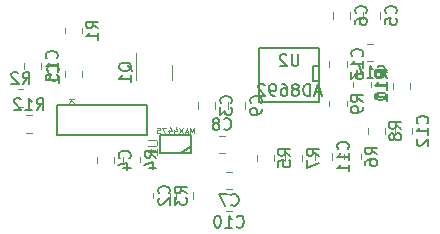
<source format=gbr>
%TF.GenerationSoftware,KiCad,Pcbnew,6.0.11+dfsg-1~bpo11+1*%
%TF.CreationDate,2023-05-28T00:39:37+00:00*%
%TF.ProjectId,PCRD01,50435244-3031-42e6-9b69-6361645f7063,01A*%
%TF.SameCoordinates,Original*%
%TF.FileFunction,Legend,Bot*%
%TF.FilePolarity,Positive*%
%FSLAX46Y46*%
G04 Gerber Fmt 4.6, Leading zero omitted, Abs format (unit mm)*
G04 Created by KiCad (PCBNEW 6.0.11+dfsg-1~bpo11+1) date 2023-05-28 00:39:37*
%MOMM*%
%LPD*%
G01*
G04 APERTURE LIST*
%ADD10C,0.150000*%
%ADD11C,0.050000*%
%ADD12C,0.076200*%
%ADD13C,0.120000*%
G04 APERTURE END LIST*
D10*
%TO.C,C1*%
X8329142Y13628667D02*
X8376761Y13676286D01*
X8424380Y13819143D01*
X8424380Y13914381D01*
X8376761Y14057239D01*
X8281523Y14152477D01*
X8186285Y14200096D01*
X7995809Y14247715D01*
X7852952Y14247715D01*
X7662476Y14200096D01*
X7567238Y14152477D01*
X7472000Y14057239D01*
X7424380Y13914381D01*
X7424380Y13819143D01*
X7472000Y13676286D01*
X7519619Y13628667D01*
X8424380Y12676286D02*
X8424380Y13247715D01*
X8424380Y12962000D02*
X7424380Y12962000D01*
X7567238Y13057239D01*
X7662476Y13152477D01*
X7710095Y13247715D01*
%TO.C,C2*%
X17727142Y3341667D02*
X17774761Y3389286D01*
X17822380Y3532143D01*
X17822380Y3627381D01*
X17774761Y3770239D01*
X17679523Y3865477D01*
X17584285Y3913096D01*
X17393809Y3960715D01*
X17250952Y3960715D01*
X17060476Y3913096D01*
X16965238Y3865477D01*
X16870000Y3770239D01*
X16822380Y3627381D01*
X16822380Y3532143D01*
X16870000Y3389286D01*
X16917619Y3341667D01*
X16917619Y2960715D02*
X16870000Y2913096D01*
X16822380Y2817858D01*
X16822380Y2579762D01*
X16870000Y2484524D01*
X16917619Y2436905D01*
X17012857Y2389286D01*
X17108095Y2389286D01*
X17250952Y2436905D01*
X17822380Y3008334D01*
X17822380Y2389286D01*
%TO.C,C3*%
X22992142Y10961667D02*
X23039761Y11009286D01*
X23087380Y11152143D01*
X23087380Y11247381D01*
X23039761Y11390239D01*
X22944523Y11485477D01*
X22849285Y11533096D01*
X22658809Y11580715D01*
X22515952Y11580715D01*
X22325476Y11533096D01*
X22230238Y11485477D01*
X22135000Y11390239D01*
X22087380Y11247381D01*
X22087380Y11152143D01*
X22135000Y11009286D01*
X22182619Y10961667D01*
X22087380Y10628334D02*
X22087380Y10009286D01*
X22468333Y10342620D01*
X22468333Y10199762D01*
X22515952Y10104524D01*
X22563571Y10056905D01*
X22658809Y10009286D01*
X22896904Y10009286D01*
X22992142Y10056905D01*
X23039761Y10104524D01*
X23087380Y10199762D01*
X23087380Y10485477D01*
X23039761Y10580715D01*
X22992142Y10628334D01*
%TO.C,C5*%
X36962142Y18581667D02*
X37009761Y18629286D01*
X37057380Y18772143D01*
X37057380Y18867381D01*
X37009761Y19010239D01*
X36914523Y19105477D01*
X36819285Y19153096D01*
X36628809Y19200715D01*
X36485952Y19200715D01*
X36295476Y19153096D01*
X36200238Y19105477D01*
X36105000Y19010239D01*
X36057380Y18867381D01*
X36057380Y18772143D01*
X36105000Y18629286D01*
X36152619Y18581667D01*
X36057380Y17676905D02*
X36057380Y18153096D01*
X36533571Y18200715D01*
X36485952Y18153096D01*
X36438333Y18057858D01*
X36438333Y17819762D01*
X36485952Y17724524D01*
X36533571Y17676905D01*
X36628809Y17629286D01*
X36866904Y17629286D01*
X36962142Y17676905D01*
X37009761Y17724524D01*
X37057380Y17819762D01*
X37057380Y18057858D01*
X37009761Y18153096D01*
X36962142Y18200715D01*
%TO.C,C6*%
X34422142Y18581667D02*
X34469761Y18629286D01*
X34517380Y18772143D01*
X34517380Y18867381D01*
X34469761Y19010239D01*
X34374523Y19105477D01*
X34279285Y19153096D01*
X34088809Y19200715D01*
X33945952Y19200715D01*
X33755476Y19153096D01*
X33660238Y19105477D01*
X33565000Y19010239D01*
X33517380Y18867381D01*
X33517380Y18772143D01*
X33565000Y18629286D01*
X33612619Y18581667D01*
X33517380Y17724524D02*
X33517380Y17915000D01*
X33565000Y18010239D01*
X33612619Y18057858D01*
X33755476Y18153096D01*
X33945952Y18200715D01*
X34326904Y18200715D01*
X34422142Y18153096D01*
X34469761Y18105477D01*
X34517380Y18010239D01*
X34517380Y17819762D01*
X34469761Y17724524D01*
X34422142Y17676905D01*
X34326904Y17629286D01*
X34088809Y17629286D01*
X33993571Y17676905D01*
X33945952Y17724524D01*
X33898333Y17819762D01*
X33898333Y18010239D01*
X33945952Y18105477D01*
X33993571Y18153096D01*
X34088809Y18200715D01*
%TO.C,C10*%
X23477457Y553658D02*
X23525076Y506039D01*
X23667933Y458420D01*
X23763171Y458420D01*
X23906028Y506039D01*
X24001266Y601277D01*
X24048885Y696515D01*
X24096504Y886991D01*
X24096504Y1029848D01*
X24048885Y1220324D01*
X24001266Y1315562D01*
X23906028Y1410800D01*
X23763171Y1458420D01*
X23667933Y1458420D01*
X23525076Y1410800D01*
X23477457Y1363181D01*
X22525076Y458420D02*
X23096504Y458420D01*
X22810790Y458420D02*
X22810790Y1458420D01*
X22906028Y1315562D01*
X23001266Y1220324D01*
X23096504Y1172705D01*
X21906028Y1458420D02*
X21810790Y1458420D01*
X21715552Y1410800D01*
X21667933Y1363181D01*
X21620314Y1267943D01*
X21572695Y1077467D01*
X21572695Y839372D01*
X21620314Y648896D01*
X21667933Y553658D01*
X21715552Y506039D01*
X21810790Y458420D01*
X21906028Y458420D01*
X22001266Y506039D01*
X22048885Y553658D01*
X22096504Y648896D01*
X22144123Y839372D01*
X22144123Y1077467D01*
X22096504Y1267943D01*
X22048885Y1363181D01*
X22001266Y1410800D01*
X21906028Y1458420D01*
%TO.C,C12*%
X39629142Y9278858D02*
X39676761Y9326477D01*
X39724380Y9469334D01*
X39724380Y9564572D01*
X39676761Y9707429D01*
X39581523Y9802667D01*
X39486285Y9850286D01*
X39295809Y9897905D01*
X39152952Y9897905D01*
X38962476Y9850286D01*
X38867238Y9802667D01*
X38772000Y9707429D01*
X38724380Y9564572D01*
X38724380Y9469334D01*
X38772000Y9326477D01*
X38819619Y9278858D01*
X39724380Y8326477D02*
X39724380Y8897905D01*
X39724380Y8612191D02*
X38724380Y8612191D01*
X38867238Y8707429D01*
X38962476Y8802667D01*
X39010095Y8897905D01*
X38819619Y7945524D02*
X38772000Y7897905D01*
X38724380Y7802667D01*
X38724380Y7564572D01*
X38772000Y7469334D01*
X38819619Y7421715D01*
X38914857Y7374096D01*
X39010095Y7374096D01*
X39152952Y7421715D01*
X39724380Y7993143D01*
X39724380Y7374096D01*
%TO.C,C14*%
X35440857Y13253658D02*
X35488476Y13206039D01*
X35631333Y13158420D01*
X35726571Y13158420D01*
X35869428Y13206039D01*
X35964666Y13301277D01*
X36012285Y13396515D01*
X36059904Y13586991D01*
X36059904Y13729848D01*
X36012285Y13920324D01*
X35964666Y14015562D01*
X35869428Y14110800D01*
X35726571Y14158420D01*
X35631333Y14158420D01*
X35488476Y14110800D01*
X35440857Y14063181D01*
X34488476Y13158420D02*
X35059904Y13158420D01*
X34774190Y13158420D02*
X34774190Y14158420D01*
X34869428Y14015562D01*
X34964666Y13920324D01*
X35059904Y13872705D01*
X33631333Y13825086D02*
X33631333Y13158420D01*
X33869428Y14206039D02*
X34107523Y13491753D01*
X33488476Y13491753D01*
%TO.C,R1*%
X11754380Y17311667D02*
X11278190Y17645000D01*
X11754380Y17883096D02*
X10754380Y17883096D01*
X10754380Y17502143D01*
X10802000Y17406905D01*
X10849619Y17359286D01*
X10944857Y17311667D01*
X11087714Y17311667D01*
X11182952Y17359286D01*
X11230571Y17406905D01*
X11278190Y17502143D01*
X11278190Y17883096D01*
X11754380Y16359286D02*
X11754380Y16930715D01*
X11754380Y16645000D02*
X10754380Y16645000D01*
X10897238Y16740239D01*
X10992476Y16835477D01*
X11040095Y16930715D01*
%TO.C,R2*%
X5360966Y12627620D02*
X5694300Y13103810D01*
X5932395Y12627620D02*
X5932395Y13627620D01*
X5551442Y13627620D01*
X5456204Y13580000D01*
X5408585Y13532381D01*
X5360966Y13437143D01*
X5360966Y13294286D01*
X5408585Y13199048D01*
X5456204Y13151429D01*
X5551442Y13103810D01*
X5932395Y13103810D01*
X4980014Y13532381D02*
X4932395Y13580000D01*
X4837157Y13627620D01*
X4599061Y13627620D01*
X4503823Y13580000D01*
X4456204Y13532381D01*
X4408585Y13437143D01*
X4408585Y13341905D01*
X4456204Y13199048D01*
X5027633Y12627620D01*
X4408585Y12627620D01*
%TO.C,R5*%
X28010380Y6516667D02*
X27534190Y6850000D01*
X28010380Y7088096D02*
X27010380Y7088096D01*
X27010380Y6707143D01*
X27058000Y6611905D01*
X27105619Y6564286D01*
X27200857Y6516667D01*
X27343714Y6516667D01*
X27438952Y6564286D01*
X27486571Y6611905D01*
X27534190Y6707143D01*
X27534190Y7088096D01*
X27010380Y5611905D02*
X27010380Y6088096D01*
X27486571Y6135715D01*
X27438952Y6088096D01*
X27391333Y5992858D01*
X27391333Y5754762D01*
X27438952Y5659524D01*
X27486571Y5611905D01*
X27581809Y5564286D01*
X27819904Y5564286D01*
X27915142Y5611905D01*
X27962761Y5659524D01*
X28010380Y5754762D01*
X28010380Y5992858D01*
X27962761Y6088096D01*
X27915142Y6135715D01*
%TO.C,R6*%
X35376380Y6643667D02*
X34900190Y6977000D01*
X35376380Y7215096D02*
X34376380Y7215096D01*
X34376380Y6834143D01*
X34424000Y6738905D01*
X34471619Y6691286D01*
X34566857Y6643667D01*
X34709714Y6643667D01*
X34804952Y6691286D01*
X34852571Y6738905D01*
X34900190Y6834143D01*
X34900190Y7215096D01*
X34376380Y5786524D02*
X34376380Y5977000D01*
X34424000Y6072239D01*
X34471619Y6119858D01*
X34614476Y6215096D01*
X34804952Y6262715D01*
X35185904Y6262715D01*
X35281142Y6215096D01*
X35328761Y6167477D01*
X35376380Y6072239D01*
X35376380Y5881762D01*
X35328761Y5786524D01*
X35281142Y5738905D01*
X35185904Y5691286D01*
X34947809Y5691286D01*
X34852571Y5738905D01*
X34804952Y5786524D01*
X34757333Y5881762D01*
X34757333Y6072239D01*
X34804952Y6167477D01*
X34852571Y6215096D01*
X34947809Y6262715D01*
%TO.C,R7*%
X30423380Y6516667D02*
X29947190Y6850000D01*
X30423380Y7088096D02*
X29423380Y7088096D01*
X29423380Y6707143D01*
X29471000Y6611905D01*
X29518619Y6564286D01*
X29613857Y6516667D01*
X29756714Y6516667D01*
X29851952Y6564286D01*
X29899571Y6611905D01*
X29947190Y6707143D01*
X29947190Y7088096D01*
X29423380Y6183334D02*
X29423380Y5516667D01*
X30423380Y5945239D01*
%TO.C,R8*%
X37408380Y8802667D02*
X36932190Y9136000D01*
X37408380Y9374096D02*
X36408380Y9374096D01*
X36408380Y8993143D01*
X36456000Y8897905D01*
X36503619Y8850286D01*
X36598857Y8802667D01*
X36741714Y8802667D01*
X36836952Y8850286D01*
X36884571Y8897905D01*
X36932190Y8993143D01*
X36932190Y9374096D01*
X36836952Y8231239D02*
X36789333Y8326477D01*
X36741714Y8374096D01*
X36646476Y8421715D01*
X36598857Y8421715D01*
X36503619Y8374096D01*
X36456000Y8326477D01*
X36408380Y8231239D01*
X36408380Y8040762D01*
X36456000Y7945524D01*
X36503619Y7897905D01*
X36598857Y7850286D01*
X36646476Y7850286D01*
X36741714Y7897905D01*
X36789333Y7945524D01*
X36836952Y8040762D01*
X36836952Y8231239D01*
X36884571Y8326477D01*
X36932190Y8374096D01*
X37027428Y8421715D01*
X37217904Y8421715D01*
X37313142Y8374096D01*
X37360761Y8326477D01*
X37408380Y8231239D01*
X37408380Y8040762D01*
X37360761Y7945524D01*
X37313142Y7897905D01*
X37217904Y7850286D01*
X37027428Y7850286D01*
X36932190Y7897905D01*
X36884571Y7945524D01*
X36836952Y8040762D01*
%TO.C,R9*%
X34157180Y11114067D02*
X33680990Y11447400D01*
X34157180Y11685496D02*
X33157180Y11685496D01*
X33157180Y11304543D01*
X33204800Y11209305D01*
X33252419Y11161686D01*
X33347657Y11114067D01*
X33490514Y11114067D01*
X33585752Y11161686D01*
X33633371Y11209305D01*
X33680990Y11304543D01*
X33680990Y11685496D01*
X34157180Y10637877D02*
X34157180Y10447400D01*
X34109561Y10352162D01*
X34061942Y10304543D01*
X33919085Y10209305D01*
X33728609Y10161686D01*
X33347657Y10161686D01*
X33252419Y10209305D01*
X33204800Y10256924D01*
X33157180Y10352162D01*
X33157180Y10542639D01*
X33204800Y10637877D01*
X33252419Y10685496D01*
X33347657Y10733115D01*
X33585752Y10733115D01*
X33680990Y10685496D01*
X33728609Y10637877D01*
X33776228Y10542639D01*
X33776228Y10352162D01*
X33728609Y10256924D01*
X33680990Y10209305D01*
X33585752Y10161686D01*
%TO.C,R11*%
X36241980Y13088858D02*
X35765790Y13422191D01*
X36241980Y13660286D02*
X35241980Y13660286D01*
X35241980Y13279334D01*
X35289600Y13184096D01*
X35337219Y13136477D01*
X35432457Y13088858D01*
X35575314Y13088858D01*
X35670552Y13136477D01*
X35718171Y13184096D01*
X35765790Y13279334D01*
X35765790Y13660286D01*
X36241980Y12136477D02*
X36241980Y12707905D01*
X36241980Y12422191D02*
X35241980Y12422191D01*
X35384838Y12517429D01*
X35480076Y12612667D01*
X35527695Y12707905D01*
X36241980Y11184096D02*
X36241980Y11755524D01*
X36241980Y11469810D02*
X35241980Y11469810D01*
X35384838Y11565048D01*
X35480076Y11660286D01*
X35527695Y11755524D01*
%TO.C,C11*%
X32898142Y7119858D02*
X32945761Y7167477D01*
X32993380Y7310334D01*
X32993380Y7405572D01*
X32945761Y7548429D01*
X32850523Y7643667D01*
X32755285Y7691286D01*
X32564809Y7738905D01*
X32421952Y7738905D01*
X32231476Y7691286D01*
X32136238Y7643667D01*
X32041000Y7548429D01*
X31993380Y7405572D01*
X31993380Y7310334D01*
X32041000Y7167477D01*
X32088619Y7119858D01*
X32993380Y6167477D02*
X32993380Y6738905D01*
X32993380Y6453191D02*
X31993380Y6453191D01*
X32136238Y6548429D01*
X32231476Y6643667D01*
X32279095Y6738905D01*
X32993380Y5215096D02*
X32993380Y5786524D01*
X32993380Y5500810D02*
X31993380Y5500810D01*
X32136238Y5596048D01*
X32231476Y5691286D01*
X32279095Y5786524D01*
%TO.C,C4*%
X14406711Y6330598D02*
X14454330Y6378217D01*
X14501949Y6521074D01*
X14501949Y6616312D01*
X14454330Y6759170D01*
X14359092Y6854408D01*
X14263854Y6902027D01*
X14073378Y6949646D01*
X13930521Y6949646D01*
X13740045Y6902027D01*
X13644807Y6854408D01*
X13549569Y6759170D01*
X13501949Y6616312D01*
X13501949Y6521074D01*
X13549569Y6378217D01*
X13597188Y6330598D01*
X13835283Y5473455D02*
X14501949Y5473455D01*
X13454330Y5711551D02*
X14168616Y5949646D01*
X14168616Y5330598D01*
D11*
%TO.C,J3*%
X9751190Y11306953D02*
X9251190Y11306953D01*
X9751190Y11021239D02*
X9465476Y11235524D01*
X9251190Y11021239D02*
X9536904Y11306953D01*
D10*
%TO.C,C9*%
X25532142Y10961667D02*
X25579761Y11009286D01*
X25627380Y11152143D01*
X25627380Y11247381D01*
X25579761Y11390239D01*
X25484523Y11485477D01*
X25389285Y11533096D01*
X25198809Y11580715D01*
X25055952Y11580715D01*
X24865476Y11533096D01*
X24770238Y11485477D01*
X24675000Y11390239D01*
X24627380Y11247381D01*
X24627380Y11152143D01*
X24675000Y11009286D01*
X24722619Y10961667D01*
X25627380Y10485477D02*
X25627380Y10295000D01*
X25579761Y10199762D01*
X25532142Y10152143D01*
X25389285Y10056905D01*
X25198809Y10009286D01*
X24817857Y10009286D01*
X24722619Y10056905D01*
X24675000Y10104524D01*
X24627380Y10199762D01*
X24627380Y10390239D01*
X24675000Y10485477D01*
X24722619Y10533096D01*
X24817857Y10580715D01*
X25055952Y10580715D01*
X25151190Y10533096D01*
X25198809Y10485477D01*
X25246428Y10390239D01*
X25246428Y10199762D01*
X25198809Y10104524D01*
X25151190Y10056905D01*
X25055952Y10009286D01*
%TO.C,C8*%
X22391666Y8815858D02*
X22439285Y8768239D01*
X22582142Y8720620D01*
X22677380Y8720620D01*
X22820238Y8768239D01*
X22915476Y8863477D01*
X22963095Y8958715D01*
X23010714Y9149191D01*
X23010714Y9292048D01*
X22963095Y9482524D01*
X22915476Y9577762D01*
X22820238Y9673000D01*
X22677380Y9720620D01*
X22582142Y9720620D01*
X22439285Y9673000D01*
X22391666Y9625381D01*
X21820238Y9292048D02*
X21915476Y9339667D01*
X21963095Y9387286D01*
X22010714Y9482524D01*
X22010714Y9530143D01*
X21963095Y9625381D01*
X21915476Y9673000D01*
X21820238Y9720620D01*
X21629761Y9720620D01*
X21534523Y9673000D01*
X21486904Y9625381D01*
X21439285Y9530143D01*
X21439285Y9482524D01*
X21486904Y9387286D01*
X21534523Y9339667D01*
X21629761Y9292048D01*
X21820238Y9292048D01*
X21915476Y9244429D01*
X21963095Y9196810D01*
X22010714Y9101572D01*
X22010714Y8911096D01*
X21963095Y8815858D01*
X21915476Y8768239D01*
X21820238Y8720620D01*
X21629761Y8720620D01*
X21534523Y8768239D01*
X21486904Y8815858D01*
X21439285Y8911096D01*
X21439285Y9101572D01*
X21486904Y9196810D01*
X21534523Y9244429D01*
X21629761Y9292048D01*
%TO.C,C13*%
X34091942Y14943058D02*
X34139561Y14990677D01*
X34187180Y15133534D01*
X34187180Y15228772D01*
X34139561Y15371629D01*
X34044323Y15466867D01*
X33949085Y15514486D01*
X33758609Y15562105D01*
X33615752Y15562105D01*
X33425276Y15514486D01*
X33330038Y15466867D01*
X33234800Y15371629D01*
X33187180Y15228772D01*
X33187180Y15133534D01*
X33234800Y14990677D01*
X33282419Y14943058D01*
X34187180Y13990677D02*
X34187180Y14562105D01*
X34187180Y14276391D02*
X33187180Y14276391D01*
X33330038Y14371629D01*
X33425276Y14466867D01*
X33472895Y14562105D01*
X33187180Y13657343D02*
X33187180Y13038296D01*
X33568133Y13371629D01*
X33568133Y13228772D01*
X33615752Y13133534D01*
X33663371Y13085915D01*
X33758609Y13038296D01*
X33996704Y13038296D01*
X34091942Y13085915D01*
X34139561Y13133534D01*
X34187180Y13228772D01*
X34187180Y13514486D01*
X34139561Y13609724D01*
X34091942Y13657343D01*
%TO.C,R10*%
X36189180Y13190458D02*
X35712990Y13523791D01*
X36189180Y13761886D02*
X35189180Y13761886D01*
X35189180Y13380934D01*
X35236800Y13285696D01*
X35284419Y13238077D01*
X35379657Y13190458D01*
X35522514Y13190458D01*
X35617752Y13238077D01*
X35665371Y13285696D01*
X35712990Y13380934D01*
X35712990Y13761886D01*
X36189180Y12238077D02*
X36189180Y12809505D01*
X36189180Y12523791D02*
X35189180Y12523791D01*
X35332038Y12619029D01*
X35427276Y12714267D01*
X35474895Y12809505D01*
X35189180Y11619029D02*
X35189180Y11523791D01*
X35236800Y11428553D01*
X35284419Y11380934D01*
X35379657Y11333315D01*
X35570133Y11285696D01*
X35808228Y11285696D01*
X35998704Y11333315D01*
X36093942Y11380934D01*
X36141561Y11428553D01*
X36189180Y11523791D01*
X36189180Y11619029D01*
X36141561Y11714267D01*
X36093942Y11761886D01*
X35998704Y11809505D01*
X35808228Y11857124D01*
X35570133Y11857124D01*
X35379657Y11809505D01*
X35284419Y11761886D01*
X35236800Y11714267D01*
X35189180Y11619029D01*
%TO.C,C7*%
X23026666Y2407858D02*
X23074285Y2360239D01*
X23217142Y2312620D01*
X23312380Y2312620D01*
X23455238Y2360239D01*
X23550476Y2455477D01*
X23598095Y2550715D01*
X23645714Y2741191D01*
X23645714Y2884048D01*
X23598095Y3074524D01*
X23550476Y3169762D01*
X23455238Y3265000D01*
X23312380Y3312620D01*
X23217142Y3312620D01*
X23074285Y3265000D01*
X23026666Y3217381D01*
X22693333Y3312620D02*
X22026666Y3312620D01*
X22455238Y2312620D01*
%TO.C,U2*%
X28701904Y15152620D02*
X28701904Y14343096D01*
X28654285Y14247858D01*
X28606666Y14200239D01*
X28511428Y14152620D01*
X28320952Y14152620D01*
X28225714Y14200239D01*
X28178095Y14247858D01*
X28130476Y14343096D01*
X28130476Y15152620D01*
X27701904Y15057381D02*
X27654285Y15105000D01*
X27559047Y15152620D01*
X27320952Y15152620D01*
X27225714Y15105000D01*
X27178095Y15057381D01*
X27130476Y14962143D01*
X27130476Y14866905D01*
X27178095Y14724048D01*
X27749523Y14152620D01*
X27130476Y14152620D01*
X30582857Y11898334D02*
X30106666Y11898334D01*
X30678095Y11612620D02*
X30344761Y12612620D01*
X30011428Y11612620D01*
X29678095Y11612620D02*
X29678095Y12612620D01*
X29440000Y12612620D01*
X29297142Y12565000D01*
X29201904Y12469762D01*
X29154285Y12374524D01*
X29106666Y12184048D01*
X29106666Y12041191D01*
X29154285Y11850715D01*
X29201904Y11755477D01*
X29297142Y11660239D01*
X29440000Y11612620D01*
X29678095Y11612620D01*
X28535238Y12184048D02*
X28630476Y12231667D01*
X28678095Y12279286D01*
X28725714Y12374524D01*
X28725714Y12422143D01*
X28678095Y12517381D01*
X28630476Y12565000D01*
X28535238Y12612620D01*
X28344761Y12612620D01*
X28249523Y12565000D01*
X28201904Y12517381D01*
X28154285Y12422143D01*
X28154285Y12374524D01*
X28201904Y12279286D01*
X28249523Y12231667D01*
X28344761Y12184048D01*
X28535238Y12184048D01*
X28630476Y12136429D01*
X28678095Y12088810D01*
X28725714Y11993572D01*
X28725714Y11803096D01*
X28678095Y11707858D01*
X28630476Y11660239D01*
X28535238Y11612620D01*
X28344761Y11612620D01*
X28249523Y11660239D01*
X28201904Y11707858D01*
X28154285Y11803096D01*
X28154285Y11993572D01*
X28201904Y12088810D01*
X28249523Y12136429D01*
X28344761Y12184048D01*
X27297142Y12612620D02*
X27487619Y12612620D01*
X27582857Y12565000D01*
X27630476Y12517381D01*
X27725714Y12374524D01*
X27773333Y12184048D01*
X27773333Y11803096D01*
X27725714Y11707858D01*
X27678095Y11660239D01*
X27582857Y11612620D01*
X27392380Y11612620D01*
X27297142Y11660239D01*
X27249523Y11707858D01*
X27201904Y11803096D01*
X27201904Y12041191D01*
X27249523Y12136429D01*
X27297142Y12184048D01*
X27392380Y12231667D01*
X27582857Y12231667D01*
X27678095Y12184048D01*
X27725714Y12136429D01*
X27773333Y12041191D01*
X26725714Y11612620D02*
X26535238Y11612620D01*
X26440000Y11660239D01*
X26392380Y11707858D01*
X26297142Y11850715D01*
X26249523Y12041191D01*
X26249523Y12422143D01*
X26297142Y12517381D01*
X26344761Y12565000D01*
X26440000Y12612620D01*
X26630476Y12612620D01*
X26725714Y12565000D01*
X26773333Y12517381D01*
X26820952Y12422143D01*
X26820952Y12184048D01*
X26773333Y12088810D01*
X26725714Y12041191D01*
X26630476Y11993572D01*
X26440000Y11993572D01*
X26344761Y12041191D01*
X26297142Y12088810D01*
X26249523Y12184048D01*
X25868571Y12517381D02*
X25820952Y12565000D01*
X25725714Y12612620D01*
X25487619Y12612620D01*
X25392380Y12565000D01*
X25344761Y12517381D01*
X25297142Y12422143D01*
X25297142Y12326905D01*
X25344761Y12184048D01*
X25916190Y11612620D01*
X25297142Y11612620D01*
D12*
%TO.C,U1*%
X16014714Y7829572D02*
X16631571Y7829572D01*
X16704142Y7793286D01*
X16740428Y7757000D01*
X16776714Y7684429D01*
X16776714Y7539286D01*
X16740428Y7466715D01*
X16704142Y7430429D01*
X16631571Y7394143D01*
X16014714Y7394143D01*
X16776714Y6632143D02*
X16776714Y7067572D01*
X16776714Y6849858D02*
X16014714Y6849858D01*
X16123571Y6922429D01*
X16196142Y6995000D01*
X16232428Y7067572D01*
X19904622Y8422638D02*
X19904622Y8923018D01*
X19737829Y8565604D01*
X19571036Y8923018D01*
X19571036Y8422638D01*
X19356587Y8565604D02*
X19118311Y8565604D01*
X19404242Y8422638D02*
X19237449Y8923018D01*
X19070656Y8422638D01*
X18951518Y8923018D02*
X18617931Y8422638D01*
X18617931Y8923018D02*
X18951518Y8422638D01*
X18212861Y8756225D02*
X18212861Y8422638D01*
X18332000Y8946846D02*
X18451138Y8589431D01*
X18141379Y8589431D01*
X17736309Y8756225D02*
X17736309Y8422638D01*
X17855447Y8946846D02*
X17974585Y8589431D01*
X17664826Y8589431D01*
X17521860Y8923018D02*
X17188274Y8923018D01*
X17402722Y8422638D01*
X16759377Y8923018D02*
X16997653Y8923018D01*
X17021480Y8684742D01*
X16997653Y8708570D01*
X16949998Y8732397D01*
X16830860Y8732397D01*
X16783204Y8708570D01*
X16759377Y8684742D01*
X16735549Y8637087D01*
X16735549Y8517949D01*
X16759377Y8470293D01*
X16783204Y8446466D01*
X16830860Y8422638D01*
X16949998Y8422638D01*
X16997653Y8446466D01*
X17021480Y8470293D01*
D10*
%TO.C,R3*%
X19247380Y3341667D02*
X18771190Y3675000D01*
X19247380Y3913096D02*
X18247380Y3913096D01*
X18247380Y3532143D01*
X18295000Y3436905D01*
X18342619Y3389286D01*
X18437857Y3341667D01*
X18580714Y3341667D01*
X18675952Y3389286D01*
X18723571Y3436905D01*
X18771190Y3532143D01*
X18771190Y3913096D01*
X18247380Y3008334D02*
X18247380Y2389286D01*
X18628333Y2722620D01*
X18628333Y2579762D01*
X18675952Y2484524D01*
X18723571Y2436905D01*
X18818809Y2389286D01*
X19056904Y2389286D01*
X19152142Y2436905D01*
X19199761Y2484524D01*
X19247380Y2579762D01*
X19247380Y2865477D01*
X19199761Y2960715D01*
X19152142Y3008334D01*
%TO.C,Q1*%
X14629619Y13694239D02*
X14582000Y13789477D01*
X14486761Y13884715D01*
X14343904Y14027572D01*
X14296285Y14122810D01*
X14296285Y14218048D01*
X14534380Y14170429D02*
X14486761Y14265667D01*
X14391523Y14360905D01*
X14201047Y14408524D01*
X13867714Y14408524D01*
X13677238Y14360905D01*
X13582000Y14265667D01*
X13534380Y14170429D01*
X13534380Y13979953D01*
X13582000Y13884715D01*
X13677238Y13789477D01*
X13867714Y13741858D01*
X14201047Y13741858D01*
X14391523Y13789477D01*
X14486761Y13884715D01*
X14534380Y13979953D01*
X14534380Y14170429D01*
X14534380Y12789477D02*
X14534380Y13360905D01*
X14534380Y13075191D02*
X13534380Y13075191D01*
X13677238Y13170429D01*
X13772476Y13265667D01*
X13820095Y13360905D01*
%TO.C,R4*%
X16694949Y6385598D02*
X16218759Y6718931D01*
X16694949Y6957027D02*
X15694949Y6957027D01*
X15694949Y6576074D01*
X15742569Y6480836D01*
X15790188Y6433217D01*
X15885426Y6385598D01*
X16028283Y6385598D01*
X16123521Y6433217D01*
X16171140Y6480836D01*
X16218759Y6576074D01*
X16218759Y6957027D01*
X16028283Y5528455D02*
X16694949Y5528455D01*
X15647330Y5766551D02*
X16361616Y6004646D01*
X16361616Y5385598D01*
%TO.C,R12*%
X6547857Y10410120D02*
X6881190Y10886310D01*
X7119285Y10410120D02*
X7119285Y11410120D01*
X6738333Y11410120D01*
X6643095Y11362500D01*
X6595476Y11314881D01*
X6547857Y11219643D01*
X6547857Y11076786D01*
X6595476Y10981548D01*
X6643095Y10933929D01*
X6738333Y10886310D01*
X7119285Y10886310D01*
X5595476Y10410120D02*
X6166904Y10410120D01*
X5881190Y10410120D02*
X5881190Y11410120D01*
X5976428Y11267262D01*
X6071666Y11172024D01*
X6166904Y11124405D01*
X5214523Y11314881D02*
X5166904Y11362500D01*
X5071666Y11410120D01*
X4833571Y11410120D01*
X4738333Y11362500D01*
X4690714Y11314881D01*
X4643095Y11219643D01*
X4643095Y11124405D01*
X4690714Y10981548D01*
X5262142Y10410120D01*
X4643095Y10410120D01*
%TO.C,C15*%
X8234742Y14777958D02*
X8282361Y14825577D01*
X8329980Y14968434D01*
X8329980Y15063672D01*
X8282361Y15206529D01*
X8187123Y15301767D01*
X8091885Y15349386D01*
X7901409Y15397005D01*
X7758552Y15397005D01*
X7568076Y15349386D01*
X7472838Y15301767D01*
X7377600Y15206529D01*
X7329980Y15063672D01*
X7329980Y14968434D01*
X7377600Y14825577D01*
X7425219Y14777958D01*
X8329980Y13825577D02*
X8329980Y14397005D01*
X8329980Y14111291D02*
X7329980Y14111291D01*
X7472838Y14206529D01*
X7568076Y14301767D01*
X7615695Y14397005D01*
X7329980Y12920815D02*
X7329980Y13397005D01*
X7806171Y13444624D01*
X7758552Y13397005D01*
X7710933Y13301767D01*
X7710933Y13063672D01*
X7758552Y12968434D01*
X7806171Y12920815D01*
X7901409Y12873196D01*
X8139504Y12873196D01*
X8234742Y12920815D01*
X8282361Y12968434D01*
X8329980Y13063672D01*
X8329980Y13301767D01*
X8282361Y13397005D01*
X8234742Y13444624D01*
D13*
%TO.C,C1*%
X8917000Y13723252D02*
X8917000Y13200748D01*
X10387000Y13723252D02*
X10387000Y13200748D01*
%TO.C,C2*%
X19785000Y3436252D02*
X19785000Y2913748D01*
X18315000Y3436252D02*
X18315000Y2913748D01*
%TO.C,C3*%
X21690000Y10533748D02*
X21690000Y11056252D01*
X20220000Y10533748D02*
X20220000Y11056252D01*
%TO.C,C5*%
X34190000Y18153748D02*
X34190000Y18676252D01*
X35660000Y18153748D02*
X35660000Y18676252D01*
%TO.C,C6*%
X33120000Y18153748D02*
X33120000Y18676252D01*
X31650000Y18153748D02*
X31650000Y18676252D01*
%TO.C,C10*%
X22573348Y1855800D02*
X23095852Y1855800D01*
X22573348Y3325800D02*
X23095852Y3325800D01*
%TO.C,C12*%
X38327000Y8374748D02*
X38327000Y8897252D01*
X36857000Y8374748D02*
X36857000Y8897252D01*
%TO.C,C14*%
X34536748Y14555800D02*
X35059252Y14555800D01*
X34536748Y16025800D02*
X35059252Y16025800D01*
%TO.C,R1*%
X8917000Y16917936D02*
X8917000Y17372064D01*
X10387000Y16917936D02*
X10387000Y17372064D01*
%TO.C,R2*%
X5421364Y10695000D02*
X4967236Y10695000D01*
X5421364Y12165000D02*
X4967236Y12165000D01*
%TO.C,R5*%
X26643000Y6122936D02*
X26643000Y6577064D01*
X25173000Y6122936D02*
X25173000Y6577064D01*
%TO.C,R6*%
X32539000Y6249936D02*
X32539000Y6704064D01*
X34009000Y6249936D02*
X34009000Y6704064D01*
%TO.C,R7*%
X29056000Y6122936D02*
X29056000Y6577064D01*
X27586000Y6122936D02*
X27586000Y6577064D01*
%TO.C,R8*%
X34571000Y8408936D02*
X34571000Y8863064D01*
X36041000Y8408936D02*
X36041000Y8863064D01*
%TO.C,R9*%
X32789800Y10720336D02*
X32789800Y11174464D01*
X31319800Y10720336D02*
X31319800Y11174464D01*
%TO.C,R11*%
X38174600Y12673064D02*
X38174600Y12218936D01*
X36704600Y12673064D02*
X36704600Y12218936D01*
%TO.C,C11*%
X31596000Y6215748D02*
X31596000Y6738252D01*
X30126000Y6215748D02*
X30126000Y6738252D01*
%TO.C,C4*%
X11634569Y5902679D02*
X11634569Y6425183D01*
X13104569Y5902679D02*
X13104569Y6425183D01*
D10*
%TO.C,J3*%
X15875000Y8255000D02*
X15875000Y10795000D01*
X8255000Y8255000D02*
X15875000Y8255000D01*
X15875000Y10795000D02*
X8255000Y10795000D01*
X8255000Y10795000D02*
X8255000Y8255000D01*
D13*
%TO.C,C9*%
X24230000Y10533748D02*
X24230000Y11056252D01*
X22760000Y10533748D02*
X22760000Y11056252D01*
%TO.C,C8*%
X22486252Y6758000D02*
X21963748Y6758000D01*
X22486252Y8228000D02*
X21963748Y8228000D01*
%TO.C,C13*%
X31319800Y14038948D02*
X31319800Y14561452D01*
X32789800Y14038948D02*
X32789800Y14561452D01*
%TO.C,R10*%
X33351800Y12320536D02*
X33351800Y12774664D01*
X34821800Y12320536D02*
X34821800Y12774664D01*
%TO.C,C7*%
X22598748Y5180000D02*
X23121252Y5180000D01*
X22598748Y3710000D02*
X23121252Y3710000D01*
D10*
%TO.C,U2*%
X30480000Y11049000D02*
X30480000Y15621000D01*
X30480000Y15621000D02*
X25400000Y15621000D01*
X25400000Y15621000D02*
X25400000Y11049000D01*
X29972000Y14097000D02*
X29972000Y12827000D01*
X30480000Y14097000D02*
X29972000Y14097000D01*
X29972000Y12827000D02*
X30480000Y12827000D01*
X25400000Y11049000D02*
X30480000Y11049000D01*
%TO.C,U1*%
X18796000Y6731000D02*
X19558000Y7239000D01*
X17018000Y6731000D02*
X19621500Y6731000D01*
X19621500Y6731000D02*
X19621500Y8255000D01*
X19621500Y8255000D02*
X17018000Y8255000D01*
X17018000Y8255000D02*
X17018000Y6731000D01*
D13*
%TO.C,R3*%
X17880000Y2947936D02*
X17880000Y3402064D01*
X16410000Y2947936D02*
X16410000Y3402064D01*
%TO.C,Q1*%
X18042000Y13599000D02*
X18042000Y14249000D01*
X14922000Y13599000D02*
X14922000Y15274000D01*
X14922000Y13599000D02*
X14922000Y12949000D01*
X18042000Y13599000D02*
X18042000Y12949000D01*
%TO.C,R4*%
X13857569Y5991867D02*
X13857569Y6445995D01*
X15327569Y5991867D02*
X15327569Y6445995D01*
%TO.C,R12*%
X6132064Y9947500D02*
X5677936Y9947500D01*
X6132064Y8477500D02*
X5677936Y8477500D01*
%TO.C,C15*%
X5462600Y13873848D02*
X5462600Y14396352D01*
X6932600Y13873848D02*
X6932600Y14396352D01*
%TD*%
M02*

</source>
